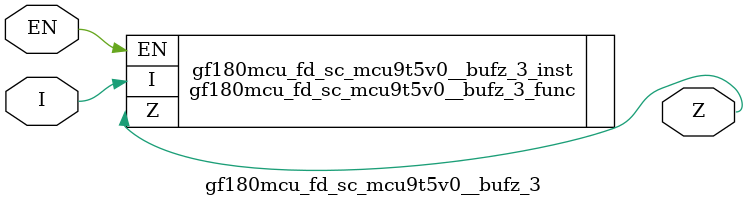
<source format=v>

module gf180mcu_fd_sc_mcu9t5v0__bufz_3( EN, I, Z );
input EN, I;
output Z;

   `ifdef FUNCTIONAL  //  functional //

	gf180mcu_fd_sc_mcu9t5v0__bufz_3_func gf180mcu_fd_sc_mcu9t5v0__bufz_3_behav_inst(.EN(EN),.I(I),.Z(Z));

   `else

	gf180mcu_fd_sc_mcu9t5v0__bufz_3_func gf180mcu_fd_sc_mcu9t5v0__bufz_3_inst(.EN(EN),.I(I),.Z(Z));

	// spec_gates_begin


	// spec_gates_end



   specify

	// specify_block_begin

	// comb arc EN --> Z
	 (EN => Z) = (1.0,1.0);

	// comb arc I --> Z
	 (I => Z) = (1.0,1.0);

	// specify_block_end

   endspecify

   `endif

endmodule

</source>
